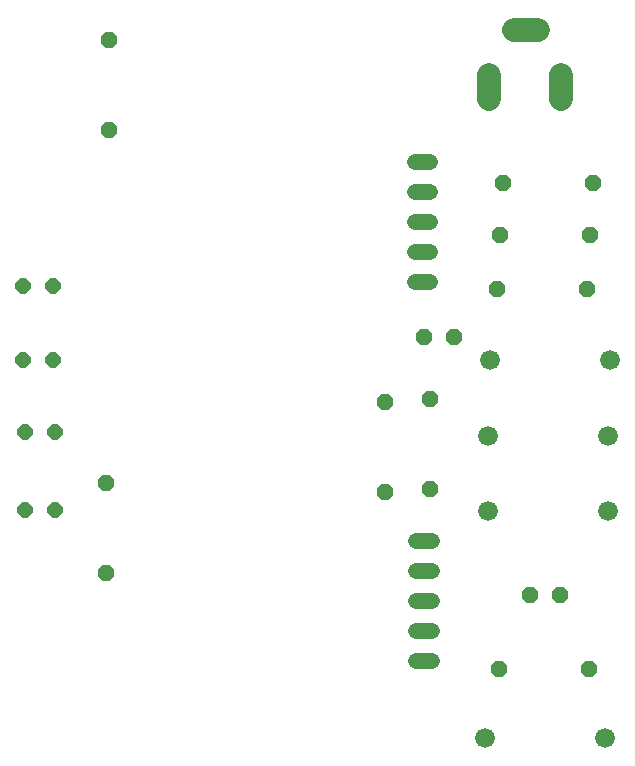
<source format=gbl>
G75*
%MOIN*%
%OFA0B0*%
%FSLAX25Y25*%
%IPPOS*%
%LPD*%
%AMOC8*
5,1,8,0,0,1.08239X$1,22.5*
%
%ADD10C,0.06600*%
%ADD11C,0.07874*%
%ADD12OC8,0.05150*%
%ADD13C,0.05200*%
%ADD14OC8,0.05200*%
D10*
X0173500Y0020000D03*
X0213500Y0020000D03*
X0214406Y0095508D03*
X0214500Y0120500D03*
X0215000Y0146000D03*
X0175000Y0146000D03*
X0174500Y0120500D03*
X0174406Y0095508D03*
D11*
X0174795Y0233063D02*
X0174795Y0240937D01*
X0183063Y0255898D02*
X0190937Y0255898D01*
X0198811Y0240937D02*
X0198811Y0233063D01*
D12*
X0029500Y0170500D03*
X0019500Y0170500D03*
X0019500Y0146000D03*
X0029500Y0146000D03*
X0030000Y0122000D03*
X0020000Y0122000D03*
X0020000Y0096000D03*
X0030000Y0096000D03*
D13*
X0150400Y0085500D02*
X0155600Y0085500D01*
X0155600Y0075500D02*
X0150400Y0075500D01*
X0150400Y0065500D02*
X0155600Y0065500D01*
X0155600Y0055500D02*
X0150400Y0055500D01*
X0150400Y0045500D02*
X0155600Y0045500D01*
X0155100Y0172000D02*
X0149900Y0172000D01*
X0149900Y0182000D02*
X0155100Y0182000D01*
X0155100Y0192000D02*
X0149900Y0192000D01*
X0149900Y0202000D02*
X0155100Y0202000D01*
X0155100Y0212000D02*
X0149900Y0212000D01*
D14*
X0047000Y0075000D03*
X0047000Y0105000D03*
X0140000Y0102000D03*
X0155000Y0103000D03*
X0140000Y0132000D03*
X0155000Y0133000D03*
X0153000Y0153500D03*
X0163000Y0153500D03*
X0177500Y0169500D03*
X0178500Y0187500D03*
X0179500Y0205000D03*
X0208500Y0187500D03*
X0209500Y0205000D03*
X0207500Y0169500D03*
X0198500Y0067500D03*
X0188500Y0067500D03*
X0178000Y0043000D03*
X0208000Y0043000D03*
X0048000Y0222500D03*
X0048000Y0252500D03*
M02*

</source>
